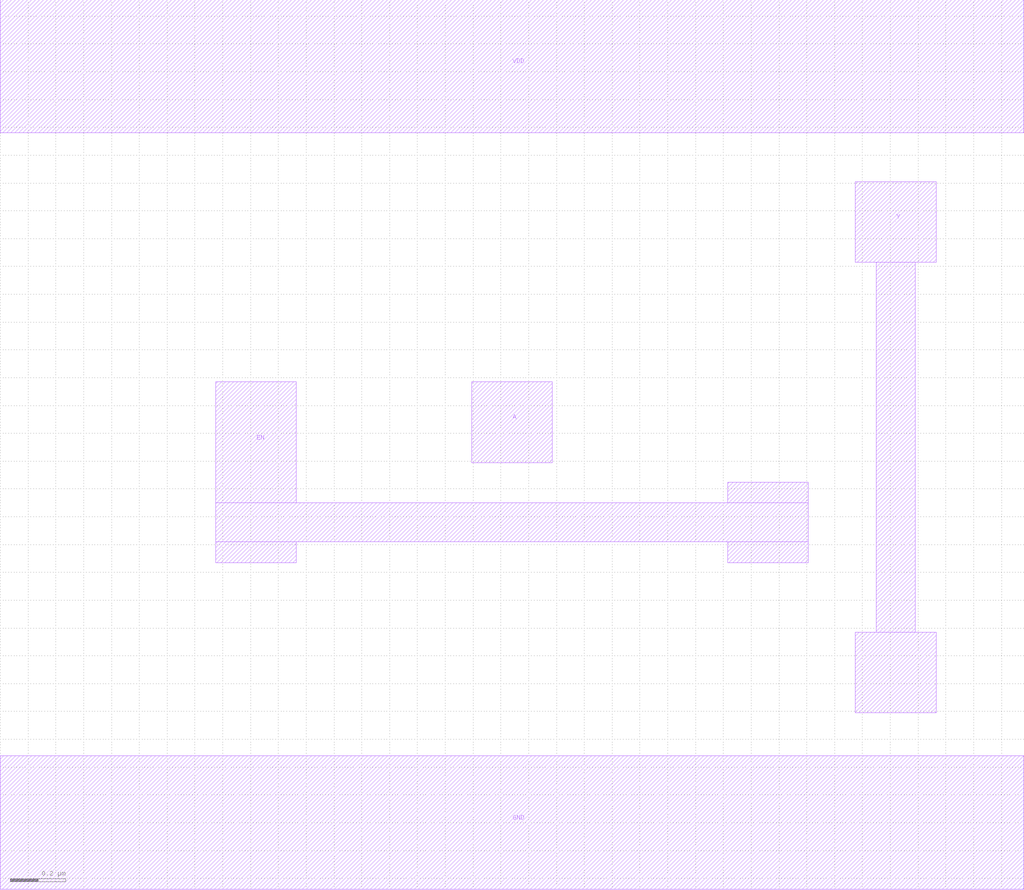
<source format=lef>
MACRO TBUFX1
 CLASS CORE ;
 ORIGIN 0 0 ;
 FOREIGN TBUFX1 0 0 ;
 SITE CORE ;
 SYMMETRY X Y R90 ;
  PIN VDD
   DIRECTION INOUT ;
   USE SIGNAL ;
   SHAPE ABUTMENT ;
    PORT
     CLASS CORE ;
       LAYER metal2 ;
        RECT 0.00000000 2.48000000 3.68000000 2.96000000 ;
    END
  END VDD

  PIN GND
   DIRECTION INOUT ;
   USE SIGNAL ;
   SHAPE ABUTMENT ;
    PORT
     CLASS CORE ;
       LAYER metal2 ;
        RECT 0.00000000 -0.24000000 3.68000000 0.24000000 ;
    END
  END GND

  PIN Y
   DIRECTION INOUT ;
   USE SIGNAL ;
   SHAPE ABUTMENT ;
    PORT
     CLASS CORE ;
       LAYER metal2 ;
        RECT 3.07500000 0.39500000 3.36500000 0.68500000 ;
        RECT 3.15000000 0.68500000 3.29000000 2.01500000 ;
        RECT 3.07500000 2.01500000 3.36500000 2.30500000 ;
    END
  END Y

  PIN A
   DIRECTION INOUT ;
   USE SIGNAL ;
   SHAPE ABUTMENT ;
    PORT
     CLASS CORE ;
       LAYER metal2 ;
        RECT 1.69500000 1.29500000 1.98500000 1.58500000 ;
    END
  END A

  PIN EN
   DIRECTION INOUT ;
   USE SIGNAL ;
   SHAPE ABUTMENT ;
    PORT
     CLASS CORE ;
       LAYER metal2 ;
        RECT 0.77500000 0.93500000 1.06500000 1.01000000 ;
        RECT 2.61500000 0.93500000 2.90500000 1.01000000 ;
        RECT 0.77500000 1.01000000 2.90500000 1.15000000 ;
        RECT 2.61500000 1.15000000 2.90500000 1.22500000 ;
        RECT 0.77500000 1.15000000 1.06500000 1.58500000 ;
    END
  END EN


END TBUFX1

</source>
